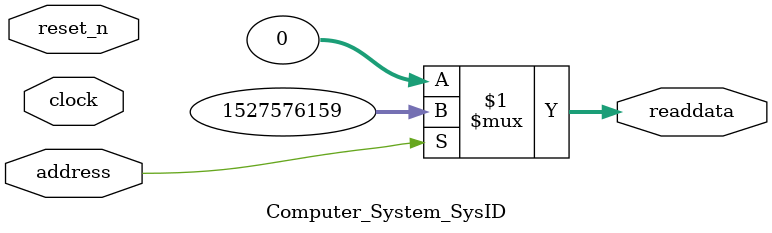
<source format=v>



// synthesis translate_off
`timescale 1ns / 1ps
// synthesis translate_on

// turn off superfluous verilog processor warnings 
// altera message_level Level1 
// altera message_off 10034 10035 10036 10037 10230 10240 10030 

module Computer_System_SysID (
               // inputs:
                address,
                clock,
                reset_n,

               // outputs:
                readdata
             )
;

  output  [ 31: 0] readdata;
  input            address;
  input            clock;
  input            reset_n;

  wire    [ 31: 0] readdata;
  //control_slave, which is an e_avalon_slave
  assign readdata = address ? 1527576159 : 0;

endmodule



</source>
